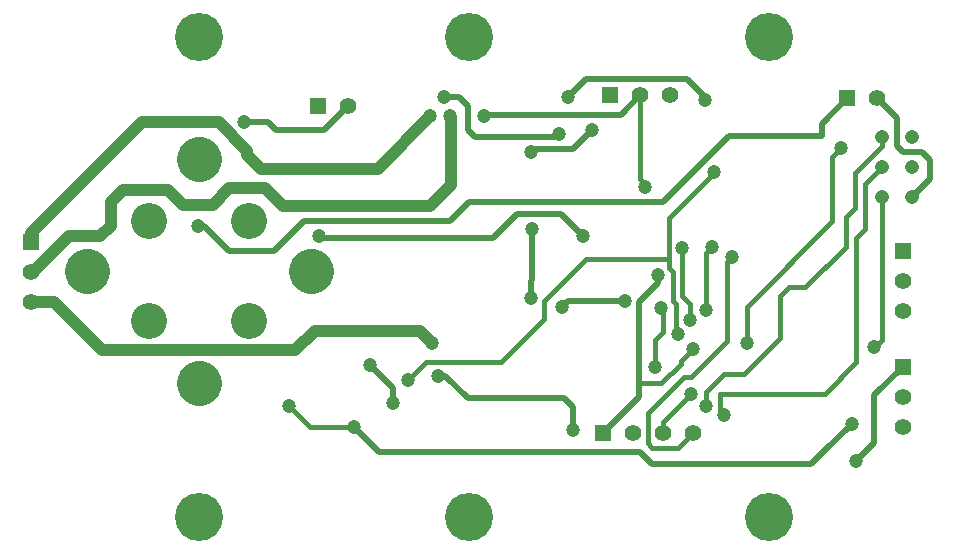
<source format=gbl>
G04 ( created by brdgerber.py ( brdgerber.py v0.1 2014-03-12 ) ) date 2021-04-17 02:52:38 EDT*
G04 Gerber Fmt 3.4, Leading zero omitted, Abs format*
%MOIN*%
%FSLAX34Y34*%
G01*
G70*
G90*
G04 APERTURE LIST*
%ADD34C,0.1500*%
%ADD19C,0.0120*%
%ADD21R,0.0629X0.0709*%
%ADD11C,0.0200*%
%ADD28C,0.0000*%
%ADD39R,0.0600X0.0800*%
%ADD22R,0.0260X0.0800*%
%ADD33R,0.0787X0.0177*%
%ADD29C,0.0059*%
%ADD27R,0.0709X0.0629*%
%ADD30R,0.0945X0.1575*%
%ADD37R,0.0760X0.2100*%
%ADD38C,0.1200*%
%ADD41C,0.0150*%
%ADD26C,0.0012*%
%ADD13C,0.0050*%
%ADD17R,0.0550X0.0550*%
%ADD14C,0.0080*%
%ADD12R,0.0866X0.0236*%
%ADD24C,0.0160*%
%ADD40C,0.1600*%
%ADD18C,0.0550*%
%ADD10C,0.0400*%
%ADD20C,0.0472*%
%ADD32R,0.0177X0.0787*%
%ADD31C,0.0047*%
%ADD23C,0.0020*%
%ADD25R,0.0472X0.0275*%
%ADD16C,0.0100*%
%ADD36C,0.0471*%
%ADD35R,0.0800X0.0600*%
%ADD15C,0.0060*%
G04 APERTURE END LIST*
G54D34*
D10*
G01X-03550Y19150D02*
G01X-03600Y19150D01*
D17*
X23600Y24950D03*
D18*
X24600Y24950D03*
D10*
G01X03000Y21950D02*
G01X02450Y21400D01*
D20*
X13100Y20600D03*
D20*
X09700Y24350D03*
D11*
G01X13100Y18900D02*
G01X13050Y18850D01*
D17*
X15450Y13800D03*
D18*
X16450Y13800D03*
D18*
X17450Y13800D03*
D18*
X18450Y13800D03*
D11*
G01X13100Y20600D02*
G01X13100Y18900D01*
D11*
G01X14150Y14950D02*
G01X14450Y14650D01*
D11*
G01X08450Y15300D02*
G01X08450Y14800D01*
D10*
G01X02450Y21400D02*
G01X01450Y21400D01*
D20*
X07700Y16050D03*
D10*
G01X-00950Y21500D02*
G01X-00950Y20700D01*
D10*
G01X04200Y21950D02*
G01X03000Y21950D01*
D17*
X25450Y16000D03*
D18*
X25450Y15000D03*
D18*
X25450Y14000D03*
D10*
G01X-00550Y21900D02*
G01X-00950Y21500D01*
D11*
G01X07700Y16050D02*
G01X08450Y15300D01*
D17*
X15700Y25050D03*
D18*
X16700Y25050D03*
D18*
X17700Y25050D03*
D10*
G01X00950Y21900D02*
G01X-00550Y21900D01*
D10*
G01X07950Y22600D02*
G01X09700Y24350D01*
D24*
G01X24750Y23350D02*
G01X24750Y23650D01*
D17*
X05950Y24700D03*
D18*
X06950Y24700D03*
D17*
X-03600Y20150D03*
D18*
X-03600Y19150D03*
D18*
X-03600Y18150D03*
D20*
X13050Y18300D03*
D10*
G01X-03600Y18150D02*
G01X-02850Y18150D01*
D20*
X09750Y16800D03*
D20*
X08450Y14800D03*
D11*
G01X13050Y18850D02*
G01X13050Y18300D01*
D17*
X25450Y19850D03*
D18*
X25450Y18850D03*
D18*
X25450Y17850D03*
D10*
G01X09350Y17200D02*
G01X09750Y16800D01*
D10*
G01X05850Y17200D02*
G01X09350Y17200D01*
D10*
G01X-02850Y18150D02*
G01X-01250Y16550D01*
D10*
G01X05200Y16550D02*
G01X05850Y17200D01*
D34*
G01X05740Y19200D02*
G01X05740Y19200D01*
D34*
G01X02000Y22940D02*
G01X02000Y22940D01*
D34*
G01X-01740Y19200D02*
G01X-01740Y19200D01*
D34*
G01X02000Y15460D02*
G01X02000Y15460D01*
D24*
G01X23850Y22450D02*
G01X24750Y23350D01*
D10*
G01X04800Y21350D02*
G01X04200Y21950D01*
D10*
G01X-01300Y20350D02*
G01X-02350Y20350D01*
D10*
G01X03600Y23050D02*
G01X04050Y22600D01*
D24*
G01X23850Y21300D02*
G01X23850Y22450D01*
D24*
G01X23550Y21000D02*
G01X23850Y21300D01*
D24*
G01X23550Y20000D02*
G01X23550Y21000D01*
D24*
G01X22200Y18650D02*
G01X23550Y20000D01*
D10*
G01X01450Y21400D02*
G01X00950Y21900D01*
D10*
G01X-01250Y16550D02*
G01X05200Y16550D01*
D10*
G01X-02350Y20350D02*
G01X-03550Y19150D01*
D36*
G01X24750Y23650D02*
G01X24750Y23650D01*
D36*
G01X25750Y23650D02*
G01X25750Y23650D01*
D36*
G01X24750Y22650D02*
G01X24750Y22650D01*
D36*
G01X25750Y22650D02*
G01X25750Y22650D01*
D36*
G01X24750Y21650D02*
G01X24750Y21650D01*
D36*
G01X25750Y21650D02*
G01X25750Y21650D01*
D20*
X11500Y24350D03*
D11*
G01X11500Y24350D02*
G01X11550Y24400D01*
D11*
G01X11550Y24400D02*
G01X16050Y24400D01*
D11*
G01X16050Y24400D02*
G01X16700Y25050D01*
D10*
G01X-00950Y20700D02*
G01X-01300Y20350D01*
D10*
G01X03600Y23200D02*
G01X03600Y23050D01*
D10*
G01X-03600Y20450D02*
G01X00100Y24150D01*
D10*
G01X00100Y24150D02*
G01X02650Y24150D01*
D10*
G01X-03600Y20150D02*
G01X-03600Y20450D01*
D10*
G01X02650Y24150D02*
G01X03600Y23200D01*
D38*
G01X00330Y17530D02*
G01X00330Y17530D01*
D38*
G01X03670Y17530D02*
G01X03670Y17530D01*
D38*
G01X03670Y20870D02*
G01X03670Y20870D01*
D38*
G01X00330Y20870D02*
G01X00330Y20870D01*
D24*
G01X19350Y14550D02*
G01X19350Y15100D01*
D24*
G01X19500Y14400D02*
G01X19350Y14550D01*
D20*
X19500Y14400D03*
D11*
G01X22750Y24100D02*
G01X23600Y24950D01*
D40*
X02000Y11000D03*
D40*
X11000Y11000D03*
D20*
X24500Y16650D03*
D24*
G01X24500Y16650D02*
G01X24750Y16900D01*
D24*
G01X24750Y16900D02*
G01X24750Y21650D01*
D24*
G01X20250Y18000D02*
G01X23100Y20850D01*
D24*
G01X23100Y20850D02*
G01X23100Y22600D01*
D24*
G01X24200Y22100D02*
G01X24750Y22650D01*
D24*
G01X24200Y20600D02*
G01X24200Y22100D01*
D24*
G01X23900Y20300D02*
G01X24200Y20600D01*
D24*
G01X23900Y16150D02*
G01X23900Y20300D01*
D24*
G01X22850Y15100D02*
G01X23900Y16150D01*
D24*
G01X19350Y15100D02*
G01X22850Y15100D01*
D11*
G01X22750Y23700D02*
G01X22750Y24100D01*
D24*
G01X21650Y18650D02*
G01X22200Y18650D01*
D20*
X10350Y24350D03*
D10*
G01X10350Y24350D02*
G01X10400Y24300D01*
D10*
G01X10400Y24300D02*
G01X10400Y22050D01*
D10*
G01X10400Y22050D02*
G01X09700Y21350D01*
D10*
G01X09700Y21350D02*
G01X04800Y21350D01*
D10*
G01X04050Y22600D02*
G01X07950Y22600D01*
D20*
X01950Y20700D03*
D11*
G01X01950Y20700D02*
G01X02150Y20700D01*
D11*
G01X02150Y20700D02*
G01X03000Y19850D01*
D11*
G01X03000Y19850D02*
G01X04500Y19850D01*
D11*
G01X04500Y19850D02*
G01X05500Y20850D01*
D11*
G01X05500Y20850D02*
G01X10350Y20850D01*
D11*
G01X10350Y20850D02*
G01X11000Y21500D01*
D11*
G01X11000Y21500D02*
G01X17450Y21500D01*
D11*
G01X17450Y21500D02*
G01X19650Y23700D01*
D11*
G01X19650Y23700D02*
G01X22750Y23700D01*
D20*
X03500Y24150D03*
D20*
X14100Y18000D03*
D11*
G01X14100Y18000D02*
G01X14300Y18200D01*
D11*
G01X14300Y18200D02*
G01X16200Y18200D01*
D20*
X16200Y18200D03*
D20*
X18900Y14700D03*
D24*
G01X18900Y14700D02*
G01X18900Y15150D01*
D24*
G01X18900Y15150D02*
G01X19500Y15750D01*
D24*
G01X19500Y15750D02*
G01X20150Y15750D01*
D24*
G01X20150Y15750D02*
G01X21350Y16950D01*
D24*
G01X21350Y16950D02*
G01X21350Y18350D01*
D24*
G01X21350Y18350D02*
G01X21650Y18650D01*
D20*
X18400Y15100D03*
D24*
G01X18400Y15100D02*
G01X17450Y14150D01*
D24*
G01X17450Y14150D02*
G01X17450Y13800D01*
D20*
X17400Y17950D03*
D11*
G01X17400Y17950D02*
G01X17450Y17900D01*
D20*
X10150Y25000D03*
D11*
G01X10150Y25000D02*
G01X10650Y25000D01*
D11*
G01X10650Y25000D02*
G01X10950Y24700D01*
D11*
G01X10950Y24700D02*
G01X10950Y23900D01*
D11*
G01X10950Y23900D02*
G01X11200Y23650D01*
D11*
G01X11200Y23650D02*
G01X13900Y23650D01*
D11*
G01X13900Y23650D02*
G01X14000Y23750D01*
D20*
X14000Y23750D03*
D20*
X17300Y19050D03*
D11*
G01X17300Y19050D02*
G01X17300Y18800D01*
D11*
G01X17300Y18800D02*
G01X16650Y18150D01*
D11*
G01X16650Y18150D02*
G01X16650Y15000D01*
D11*
G01X16650Y15000D02*
G01X15450Y13800D01*
D20*
X14450Y13900D03*
D11*
G01X14450Y14650D02*
G01X14450Y13900D01*
D20*
X09950Y15700D03*
D11*
G01X09950Y15700D02*
G01X10200Y15700D01*
D11*
G01X10200Y15700D02*
G01X10950Y14950D01*
D11*
G01X10950Y14950D02*
G01X14150Y14950D01*
D20*
X07150Y14000D03*
D11*
G01X07150Y14000D02*
G01X08000Y13150D01*
D24*
G01X18900Y19800D02*
G01X18900Y19400D01*
D11*
G01X22800Y13150D02*
G01X23750Y14100D01*
D20*
X23750Y14100D03*
D20*
X23900Y12850D03*
D11*
G01X23900Y12850D02*
G01X24500Y13450D01*
D11*
G01X24500Y13450D02*
G01X24500Y15050D01*
D11*
G01X24500Y15050D02*
G01X25450Y16000D01*
D20*
X06000Y20350D03*
D11*
G01X06000Y20350D02*
G01X06050Y20300D01*
D11*
G01X06050Y20300D02*
G01X11800Y20300D01*
D11*
G01X11800Y20300D02*
G01X12600Y21100D01*
D11*
G01X12600Y21100D02*
G01X14050Y21100D01*
D11*
G01X14050Y21100D02*
G01X14800Y20350D01*
D20*
X14800Y20350D03*
D20*
X13050Y23150D03*
D11*
G01X13050Y23150D02*
G01X13150Y23250D01*
D11*
G01X13150Y23250D02*
G01X14450Y23250D01*
D11*
G01X14450Y23250D02*
G01X15100Y23900D01*
D20*
X15100Y23900D03*
D20*
X17200Y16000D03*
D24*
G01X17200Y16000D02*
G01X17200Y16900D01*
D24*
G01X17200Y16900D02*
G01X17450Y17150D01*
D24*
G01X17450Y17150D02*
G01X17450Y17900D01*
D20*
X18450Y16600D03*
D24*
G01X18450Y16600D02*
G01X18050Y16200D01*
D24*
G01X18050Y16200D02*
G01X18050Y16100D01*
D24*
G01X18050Y16100D02*
G01X17400Y15450D01*
D24*
G01X17400Y15450D02*
G01X16650Y15450D01*
D20*
X08950Y15550D03*
D24*
G01X08950Y15550D02*
G01X09550Y16150D01*
D24*
G01X09550Y16150D02*
G01X12050Y16150D01*
D24*
G01X12050Y16150D02*
G01X13500Y17600D01*
D24*
G01X13500Y17600D02*
G01X13500Y18200D01*
D24*
G01X13500Y18200D02*
G01X14900Y19600D01*
D24*
G01X14900Y19600D02*
G01X17650Y19600D01*
D20*
X17950Y17100D03*
D24*
G01X17900Y17150D02*
G01X17950Y17100D01*
D20*
X18900Y17900D03*
D24*
G01X18900Y17900D02*
G01X18900Y19400D01*
D24*
G01X17650Y19600D02*
G01X17650Y20950D01*
D24*
G01X17650Y20950D02*
G01X19150Y22450D01*
D24*
G01X19150Y22450D02*
G01X19150Y22500D01*
D20*
X19150Y22500D03*
D24*
G01X17650Y19600D02*
G01X17650Y19300D01*
D24*
G01X17650Y19300D02*
G01X17800Y19150D01*
D24*
G01X17800Y19150D02*
G01X17800Y18200D01*
D24*
G01X17800Y18200D02*
G01X17900Y18100D01*
D24*
G01X17900Y18100D02*
G01X17900Y17150D01*
D20*
X18350Y17550D03*
D24*
G01X18350Y17550D02*
G01X18350Y18100D01*
D24*
G01X18350Y18100D02*
G01X18100Y18350D01*
D24*
G01X18100Y18350D02*
G01X18100Y19550D01*
D24*
G01X18100Y19550D02*
G01X18100Y19950D01*
D20*
X18100Y19950D03*
D20*
X16850Y22000D03*
D24*
G01X16850Y22000D02*
G01X16850Y22100D01*
D24*
G01X16850Y22100D02*
G01X16700Y22250D01*
D24*
G01X16700Y22250D02*
G01X16700Y25050D01*
D20*
X19100Y20000D03*
D24*
G01X19100Y20000D02*
G01X18900Y19800D01*
D20*
X19750Y19650D03*
D24*
G01X19750Y19650D02*
G01X19600Y19500D01*
D24*
G01X19600Y19500D02*
G01X19600Y16850D01*
D24*
G01X19600Y16850D02*
G01X18400Y15650D01*
D24*
G01X18400Y15650D02*
G01X18150Y15650D01*
D24*
G01X18150Y15650D02*
G01X16950Y14450D01*
D24*
G01X16950Y14450D02*
G01X16950Y13450D01*
D24*
G01X16950Y13450D02*
G01X17100Y13300D01*
D24*
G01X17100Y13300D02*
G01X17950Y13300D01*
D24*
G01X17950Y13300D02*
G01X18450Y13800D01*
D11*
G01X08000Y13150D02*
G01X16700Y13150D01*
D11*
G01X16700Y13150D02*
G01X17100Y12750D01*
D11*
G01X17100Y12750D02*
G01X22400Y12750D01*
D11*
G01X22400Y12750D02*
G01X22800Y13150D01*
D11*
G01X26350Y22250D02*
G01X25750Y21650D01*
D20*
X18850Y24900D03*
D11*
G01X18850Y24900D02*
G01X18850Y25000D01*
D11*
G01X18850Y25000D02*
G01X18250Y25600D01*
D11*
G01X18250Y25600D02*
G01X14900Y25600D01*
D11*
G01X14900Y25600D02*
G01X14300Y25000D01*
D20*
X14300Y25000D03*
D20*
X20250Y16800D03*
D24*
G01X20250Y16800D02*
G01X20250Y18000D01*
D24*
G01X23100Y22600D02*
G01X23100Y23000D01*
D24*
G01X23100Y23000D02*
G01X23400Y23300D01*
D20*
X23400Y23300D03*
D20*
X05000Y14700D03*
D24*
G01X05000Y14700D02*
G01X05700Y14000D01*
D24*
G01X05700Y14000D02*
G01X07150Y14000D01*
D11*
G01X26350Y22250D02*
G01X26350Y22900D01*
D11*
G01X26350Y22900D02*
G01X26100Y23150D01*
D11*
G01X26100Y23150D02*
G01X25450Y23150D01*
D11*
G01X25450Y23150D02*
G01X25250Y23350D01*
D11*
G01X25250Y23350D02*
G01X25250Y24300D01*
D11*
G01X25250Y24300D02*
G01X24600Y24950D01*
D40*
X02000Y27000D03*
D40*
X21000Y27000D03*
D40*
X11000Y27000D03*
D40*
X21000Y11000D03*
D11*
G01X03500Y24150D02*
G01X04300Y24150D01*
D11*
G01X04300Y24150D02*
G01X04550Y23900D01*
D11*
G01X04550Y23900D02*
G01X06150Y23900D01*
D11*
G01X06150Y23900D02*
G01X06950Y24700D01*
M02*

</source>
